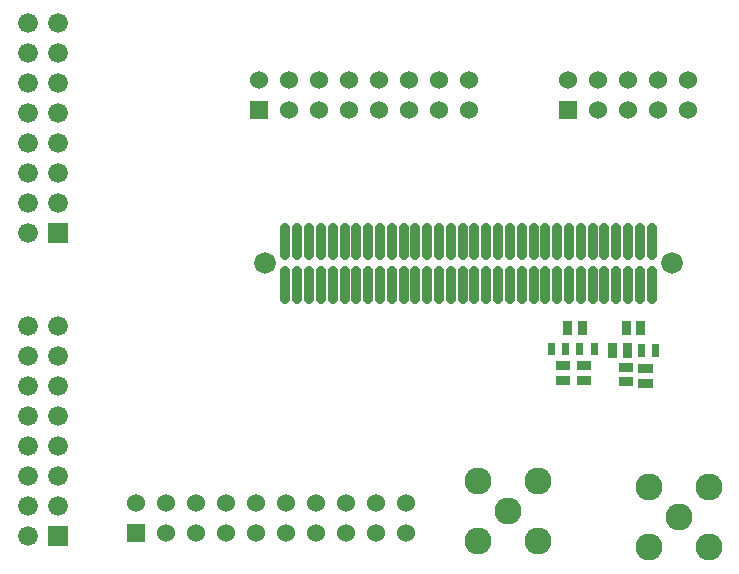
<source format=gbr>
G04 Title: TX Daughterboard, solder mask solder side *
G04 Creator: pcb-bin 1.99q *
G04 CreationDate: Fri Feb 10 03:52:58 2006 UTC *
G04 For: matt *
G04 Format: Gerber/RS-274X *
G04 PCB-Dimensions: 275000 250000 *
G04 PCB-Coordinate-Origin: lower left *
%MOIN*%
%FSLAX24Y24*%
%IPPOS*%
%ADD11C,0.0250*%
%ADD12C,0.0080*%
%ADD13C,0.0100*%
%ADD14R,0.0240X0.0240*%
%ADD15R,0.0440X0.0440*%
%ADD16R,0.0300X0.0300*%
%ADD17C,0.0060*%
%ADD18R,0.0540X0.0540*%
%ADD19R,0.0480X0.0480*%
%ADD20R,0.0680X0.0680*%
%ADD21C,0.0720*%
%ADD22C,0.0920X0.0720*%
%ADD23C,0.0920*%
%ADD24C,0.0240*%
%ADD25C,0.0340*%
%ADD26R,0.0200X0.0200*%
%ADD27R,0.0600X0.0600*%
%ADD28R,0.0660X0.0660*%
%ADD29R,0.0900X0.0900X0.0600X0.0600*%
%ADD30R,0.0900X0.0900*%
%ADD31C,0.0600*%
%ADD32C,0.0660*%
%AMTHERM1*7,0,0,0.0900,0.0600,0.0100,45*%
%ADD33THERM1*%
%ADD34C,0.0900X0.0600*%
%ADD35C,0.0900*%
%ADD36C,0.0200*%
%ADD37C,0.1200X0.0900*%
%ADD38C,0.1200*%
%ADD39C,0.0150*%
%AMTHERM2*7,0,0,0.1200,0.0900,0.0150,45*%
%ADD40THERM2*%
%ADD41C,0.0500*%
%ADD42R,0.0500X0.0500*%
%ADD43C,0.1320*%
%ADD44C,0.1520*%
%ADD45C,0.1520X0.1320*%
%ADD46C,0.0400*%
%ADD47C,0.0600X0.0400*%
%AMTHERM3*7,0,0,0.0600,0.0400,0.0100,45*%
%ADD48THERM3*%
%ADD49C,0.0800*%
%ADD50C,0.0800X0.0600*%
%ADD51C,0.0125*%
%AMTHERM4*7,0,0,0.0800,0.0600,0.0125,45*%
%ADD52THERM4*%
%ADD53C,0.0160*%
%AMTHERM5*7,0,0,0.0800,0.0600,0.0160,45*%
%ADD54THERM5*%
%ADD55C,0.0360*%
%ADD56C,0.0560*%
%ADD57C,0.0560X0.0360*%
%LNGROUP_3*%
%LPD*%
G01X0Y0D02*
G54D14*X19310Y7540D02*Y7360D01*
X19790Y7540D02*Y7360D01*
G54D25*X9499Y10028D02*Y9118D01*
X21704Y11481D02*Y10571D01*
X10286Y10028D02*Y9118D01*
X9893Y10028D02*Y9118D01*
X10680Y10028D02*Y9118D01*
X9499Y11481D02*Y10571D01*
X11074Y10028D02*Y9118D01*
X10286Y11481D02*Y10571D01*
X11467Y10028D02*Y9118D01*
X10680Y11481D02*Y10571D01*
X11861Y10028D02*Y9118D01*
X11074Y11481D02*Y10571D01*
X12255Y10028D02*Y9118D01*
X11467Y11481D02*Y10571D01*
X12648Y10028D02*Y9118D01*
X11861Y11481D02*Y10571D01*
X13042Y10028D02*Y9118D01*
X12255Y11481D02*Y10571D01*
X13436Y10028D02*Y9118D01*
X12648Y11481D02*Y10571D01*
X13042Y11481D02*Y10571D01*
X13436Y11481D02*Y10571D01*
X13830Y11481D02*Y10571D01*
X14223Y11481D02*Y10571D01*
X14617Y11481D02*Y10571D01*
X15011Y11481D02*Y10571D01*
X15404Y11481D02*Y10571D01*
X15798Y11481D02*Y10571D01*
X16192Y11481D02*Y10571D01*
X16585Y11481D02*Y10571D01*
X16979Y11481D02*Y10571D01*
X17373Y11481D02*Y10571D01*
X17767Y11481D02*Y10571D01*
X18160Y11481D02*Y10571D01*
X18554Y11481D02*Y10571D01*
X19341Y11481D02*Y10571D01*
X18948Y11481D02*Y10571D01*
X19735Y11481D02*Y10571D01*
X20129Y11481D02*Y10571D01*
X20522Y11481D02*Y10571D01*
X20916Y11481D02*Y10571D01*
X9893Y11481D02*Y10571D01*
X13830Y10028D02*Y9118D01*
X14223Y10028D02*Y9118D01*
X14617Y10028D02*Y9118D01*
X15011Y10028D02*Y9118D01*
X15404Y10028D02*Y9118D01*
X15798Y10028D02*Y9118D01*
X16192Y10028D02*Y9118D01*
X16585Y10028D02*Y9118D01*
X16979Y10028D02*Y9118D01*
X17373Y10028D02*Y9118D01*
X17767Y10028D02*Y9118D01*
X18160Y10028D02*Y9118D01*
X18554Y10028D02*Y9118D01*
X18948Y10028D02*Y9118D01*
X19341Y10028D02*Y9118D01*
X19735Y10028D02*Y9118D01*
X20129Y10028D02*Y9118D01*
X20522Y10028D02*Y9118D01*
X20916Y10028D02*Y9118D01*
X21310Y10028D02*Y9118D01*
X21704Y10028D02*Y9118D01*
X21310Y11481D02*Y10571D01*
G54D16*X19390Y8240D02*Y8060D01*
X18910Y8240D02*Y8060D01*
X20860Y8240D02*Y8060D01*
X21340Y8240D02*Y8060D01*
X19360Y6410D02*X19540D01*
X19360Y6890D02*X19540D01*
X18660Y6410D02*X18840D01*
X18660Y6890D02*X18840D01*
X20760Y6360D02*X20940D01*
X20760Y6840D02*X20940D01*
X21410Y6310D02*X21590D01*
X21410Y6790D02*X21590D01*
X20890Y7490D02*Y7310D01*
X20410Y7490D02*Y7310D01*
G54D14*X21360Y7490D02*Y7310D01*
X21840Y7490D02*Y7310D01*
X18840Y7540D02*Y7360D01*
X18360Y7540D02*Y7360D01*
G54D21*X8830Y10300D03*
X22373D03*
G54D28*X1900Y1200D03*
G54D32*X900D03*
X1900Y2200D03*
X900D03*
X1900Y3200D03*
X900D03*
X1900Y4200D03*
X900D03*
X1900Y5200D03*
X900D03*
X1900Y6200D03*
X900D03*
X1900Y7200D03*
X900D03*
X1900Y8200D03*
X900D03*
G54D27*X4500Y1300D03*
G54D31*Y2300D03*
X5500Y1300D03*
Y2300D03*
X6500Y1300D03*
Y2300D03*
X7500Y1300D03*
Y2300D03*
X8500Y1300D03*
Y2300D03*
X9500Y1300D03*
Y2300D03*
X10500Y1300D03*
Y2300D03*
X11500Y1300D03*
Y2300D03*
X12500Y1300D03*
Y2300D03*
X13500Y1300D03*
Y2300D03*
G54D27*X18900Y15400D03*
G54D31*Y16400D03*
X19900Y15400D03*
Y16400D03*
X20900Y15400D03*
Y16400D03*
X21900Y15400D03*
Y16400D03*
X22900Y15400D03*
Y16400D03*
G54D35*X22600Y1850D03*
X21600Y850D03*
Y2850D03*
X23600Y850D03*
Y2850D03*
G54D27*X8600Y15400D03*
G54D31*Y16400D03*
X9600Y15400D03*
Y16400D03*
X10600Y15400D03*
Y16400D03*
X11600Y15400D03*
Y16400D03*
X12600Y15400D03*
Y16400D03*
X13600Y15400D03*
Y16400D03*
X14600Y15400D03*
Y16400D03*
X15600Y15400D03*
Y16400D03*
G54D35*X16900Y2050D03*
X15900Y1050D03*
Y3050D03*
X17900Y1050D03*
Y3050D03*
G54D28*X1900Y11300D03*
G54D32*X900D03*
X1900Y12300D03*
X900D03*
X1900Y13300D03*
X900D03*
X1900Y14300D03*
X900D03*
X1900Y15300D03*
X900D03*
X1900Y16300D03*
X900D03*
X1900Y17300D03*
X900D03*
X1900Y18300D03*
X900D03*
M02*

</source>
